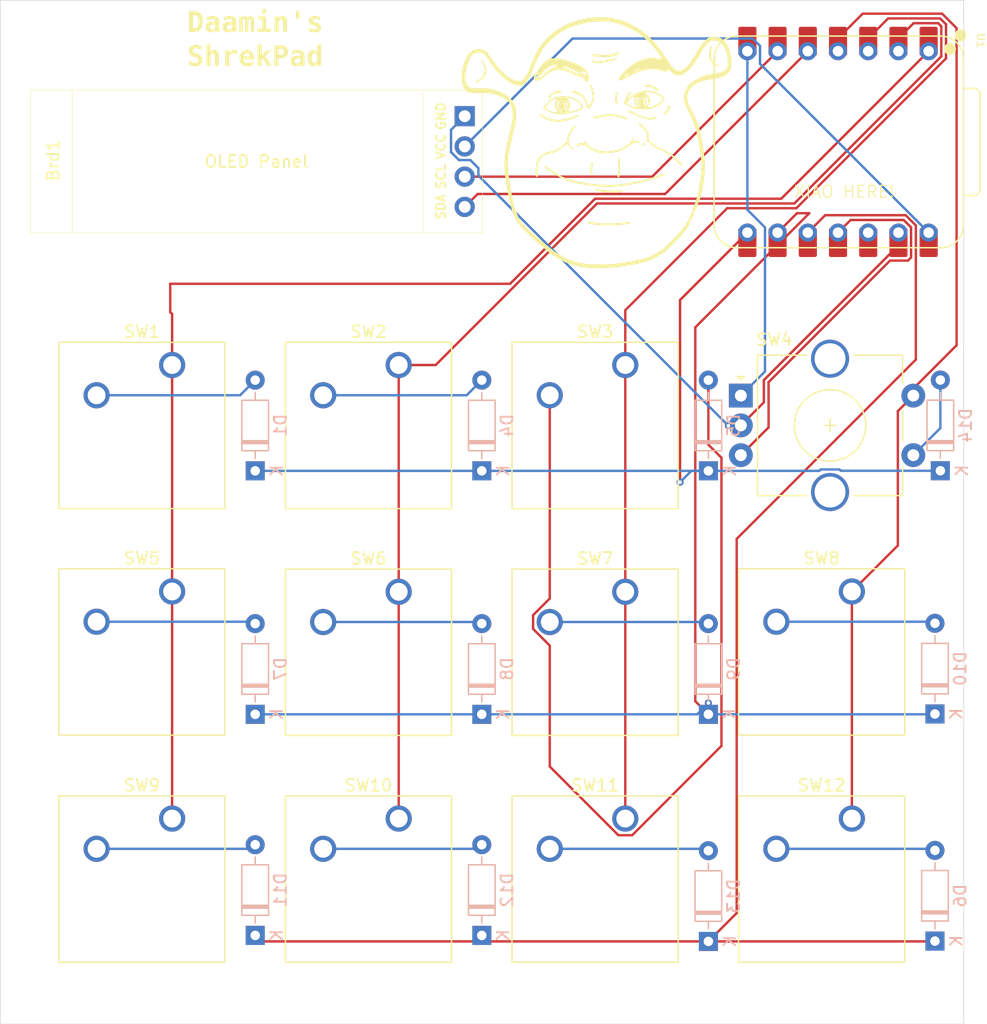
<source format=kicad_pcb>
(kicad_pcb (version 20240108) (generator "pcbnew") (generator_version "8.0")
  (title_block (title "Daamin's ShrekPad"))
  (layers (0 "F.Cu" signal) (31 "B.Cu" signal) (34 "B.Paste" user) (35 "F.Paste" user) (36 "B.SilkS" user "B.Silkscreen") (37 "F.SilkS" user "F.Silkscreen") (38 "B.Mask" user) (39 "F.Mask" user) (44 "Edge.Cuts" user))
  (net 0 "")
  (net 1 "GND")
  (net 2 "Net-(Brd1-SDA)")
  (net 3 "Net-(Brd1-SCL)")
  (net 4 "+5V")
  (net 5 "col4")
  (net 6 "Net-(D1-A)")
  (net 7 "row3")
  (net 8 "Net-(U1-GPIO0{slash}TX)")
  (net 9 "Net-(U1-GPIO3{slash}MOSI)")
  (net 10 "Net-(D4-A)")
  (net 11 "Net-(D5-A)")
  (net 12 "Net-(D6-A)")
  (net 13 "row1")
  (net 14 "Net-(D7-A)")
  (net 15 "Net-(D8-A)")
  (net 16 "Net-(D9-A)")
  (net 17 "Net-(D10-A)")
  (net 18 "Net-(D11-A)")
  (net 19 "row2")
  (net 20 "Net-(D12-A)")
  (net 21 "Net-(D13-A)")
  (net 22 "Net-(D14-A)")
  (net 23 "col1")
  (net 24 "col2")
  (net 25 "col3")
  (net 26 "+3.3V")
  (footprint "Button_Switch_Keyboard:SW_Cherry_MX_1.00u_PCB" (layer "F.Cu") (at 202.565 87.78875)
    (property "Reference" "SW2" (at -2.54 -2.794 0) (layer "F.SilkS"))
    (property "Value" "SW_Push")
    (pad "" np_thru_hole circle (at -7.62 5.08) (size 1.7 1.7) (drill 1.7) (layers "*.Cu" "*.Mask"))
    (pad "" np_thru_hole circle (at -2.54 5.08) (size 4 4) (drill 4) (layers "*.Cu" "*.Mask"))
    (pad "" np_thru_hole circle (at 2.54 5.08) (size 1.7 1.7) (drill 1.7) (layers "*.Cu" "*.Mask"))
    (pad "1" thru_hole circle (at 0 0) (size 2.2 2.2) (drill 1.5) (layers "*.Cu" "*.Mask") (net 24 "col2"))
    (pad "2" thru_hole circle (at -6.35 2.54) (size 2.2 2.2) (drill 1.5) (layers "*.Cu" "*.Mask") (net 10 "Net-(D4-A)"))
  )
  (footprint "Button_Switch_Keyboard:SW_Cherry_MX_1.00u_PCB" (layer "F.Cu") (at 183.515 125.88875)
    (property "Reference" "SW9" (at -2.54 -2.794 0) (layer "F.SilkS"))
    (property "Value" "SW_Push")
    (pad "" np_thru_hole circle (at -7.62 5.08) (size 1.7 1.7) (drill 1.7) (layers "*.Cu" "*.Mask"))
    (pad "" np_thru_hole circle (at -2.54 5.08) (size 4 4) (drill 4) (layers "*.Cu" "*.Mask"))
    (pad "" np_thru_hole circle (at 2.54 5.08) (size 1.7 1.7) (drill 1.7) (layers "*.Cu" "*.Mask"))
    (pad "1" thru_hole circle (at 0 0) (size 2.2 2.2) (drill 1.5) (layers "*.Cu" "*.Mask") (net 23 "col1"))
    (pad "2" thru_hole circle (at -6.35 2.54) (size 2.2 2.2) (drill 1.5) (layers "*.Cu" "*.Mask") (net 18 "Net-(D11-A)"))
  )
  (footprint "Button_Switch_Keyboard:SW_Cherry_MX_1.00u_PCB" (layer "F.Cu") (at 240.665 125.88875)
    (property "Reference" "SW12" (at -2.54 -2.794 0) (layer "F.SilkS"))
    (property "Value" "SW_Push")
    (pad "" np_thru_hole circle (at -7.62 5.08) (size 1.7 1.7) (drill 1.7) (layers "*.Cu" "*.Mask"))
    (pad "" np_thru_hole circle (at -2.54 5.08) (size 4 4) (drill 4) (layers "*.Cu" "*.Mask"))
    (pad "" np_thru_hole circle (at 2.54 5.08) (size 1.7 1.7) (drill 1.7) (layers "*.Cu" "*.Mask"))
    (pad "1" thru_hole circle (at 0 0) (size 2.2 2.2) (drill 1.5) (layers "*.Cu" "*.Mask") (net 5 "col4"))
    (pad "2" thru_hole circle (at -6.35 2.54) (size 2.2 2.2) (drill 1.5) (layers "*.Cu" "*.Mask") (net 12 "Net-(D6-A)"))
  )
  (footprint "Rotary_Encoder:RotaryEncoder_Alps_EC11E-Switch_Vertical_H20mm_CircularMountingHoles" (layer "F.Cu") (at 231.33 90.36)
    (property "Reference" "SW4" (at 2.8 -4.7 0) (layer "F.SilkS"))
    (property "Value" "RotaryEncoder_Switch")
    (pad "A" thru_hole rect (at 0 0) (size 2 2) (drill 1) (layers "*.Cu" "*.Mask") (net 8 "Net-(U1-GPIO0{slash}TX)"))
    (pad "B" thru_hole circle (at 0 5) (size 2 2) (drill 1) (layers "*.Cu" "*.Mask") (net 9 "Net-(U1-GPIO3{slash}MOSI)"))
    (pad "C" thru_hole circle (at 0 2.5) (size 2 2) (drill 1) (layers "*.Cu" "*.Mask") (net 1 "GND"))
    (pad "MP" thru_hole circle (at 7.5 -3.1) (size 3.2 3.2) (drill 2.6) (layers "*.Cu" "*.Mask"))
    (pad "MP" thru_hole circle (at 7.5 8.1) (size 3.2 3.2) (drill 2.6) (layers "*.Cu" "*.Mask"))
    (pad "S1" thru_hole circle (at 14.5 5) (size 2 2) (drill 1) (layers "*.Cu" "*.Mask") (net 22 "Net-(D14-A)"))
    (pad "S2" thru_hole circle (at 14.5 0) (size 2 2) (drill 1) (layers "*.Cu" "*.Mask") (net 5 "col4"))
  )
  (footprint "Button_Switch_Keyboard:SW_Cherry_MX_1.00u_PCB" (layer "F.Cu") (at 221.615 106.83875)
    (property "Reference" "SW7" (at -2.54 -2.794 0) (layer "F.SilkS"))
    (property "Value" "SW_Push")
    (pad "" np_thru_hole circle (at -7.62 5.08) (size 1.7 1.7) (drill 1.7) (layers "*.Cu" "*.Mask"))
    (pad "" np_thru_hole circle (at -2.54 5.08) (size 4 4) (drill 4) (layers "*.Cu" "*.Mask"))
    (pad "" np_thru_hole circle (at 2.54 5.08) (size 1.7 1.7) (drill 1.7) (layers "*.Cu" "*.Mask"))
    (pad "1" thru_hole circle (at 0 0) (size 2.2 2.2) (drill 1.5) (layers "*.Cu" "*.Mask") (net 25 "col3"))
    (pad "2" thru_hole circle (at -6.35 2.54) (size 2.2 2.2) (drill 1.5) (layers "*.Cu" "*.Mask") (net 16 "Net-(D9-A)"))
  )
  (footprint "Button_Switch_Keyboard:SW_Cherry_MX_1.00u_PCB" (layer "F.Cu") (at 202.565 125.88875)
    (property "Reference" "SW10" (at -2.54 -2.794 0) (layer "F.SilkS"))
    (property "Value" "SW_Push")
    (pad "" np_thru_hole circle (at -7.62 5.08) (size 1.7 1.7) (drill 1.7) (layers "*.Cu" "*.Mask"))
    (pad "" np_thru_hole circle (at -2.54 5.08) (size 4 4) (drill 4) (layers "*.Cu" "*.Mask"))
    (pad "" np_thru_hole circle (at 2.54 5.08) (size 1.7 1.7) (drill 1.7) (layers "*.Cu" "*.Mask"))
    (pad "1" thru_hole circle (at 0 0) (size 2.2 2.2) (drill 1.5) (layers "*.Cu" "*.Mask") (net 24 "col2"))
    (pad "2" thru_hole circle (at -6.35 2.54) (size 2.2 2.2) (drill 1.5) (layers "*.Cu" "*.Mask") (net 20 "Net-(D12-A)"))
  )
  (footprint "oled:128x64OLED" (layer "F.Cu") (at 171.615 64.695)
    (property "Reference" "Brd1" (at 1.9 5.91 90) (layer "F.SilkS"))
    (property "Value" "SSD1306")
    (fp_text user "OLED Panel" (at 19 6 0) (layer "F.SilkS"))
    (fp_text user "GND" (at 34.5 2.19 -90) (layer "F.SilkS") (effects (font (size 0.75 0.75))))
    (fp_text user "VCC" (at 34.5 4.73 -90) (layer "F.SilkS") (effects (font (size 0.75 0.75))))
    (fp_text user "SDA" (at 34.5 9.81 -90) (layer "F.SilkS") (effects (font (size 0.75 0.75))))
    (fp_text user "SCL" (at 34.5 7.27 -90) (layer "F.SilkS") (effects (font (size 0.75 0.75))))
    (pad "1" thru_hole rect (at 36.5 2.19) (size 1.7 1.7) (drill 1) (layers "*.Cu" "*.Mask") (net 1 "GND"))
    (pad "2" thru_hole oval (at 36.5 4.73) (size 1.7 1.7) (drill 1) (layers "*.Cu" "*.Mask") (net 4 "+5V"))
    (pad "3" thru_hole oval (at 36.5 7.27) (size 1.7 1.7) (drill 1) (layers "*.Cu" "*.Mask") (net 3 "Net-(Brd1-SCL)"))
    (pad "4" thru_hole oval (at 36.5 9.81) (size 1.7 1.7) (drill 1) (layers "*.Cu" "*.Mask") (net 2 "Net-(Brd1-SDA)"))
  )
  (footprint "Button_Switch_Keyboard:SW_Cherry_MX_1.00u_PCB" (layer "F.Cu") (at 221.615 125.88875)
    (property "Reference" "SW11" (at -2.54 -2.794 0) (layer "F.SilkS"))
    (property "Value" "SW_Push")
    (pad "" np_thru_hole circle (at -7.62 5.08) (size 1.7 1.7) (drill 1.7) (layers "*.Cu" "*.Mask"))
    (pad "" np_thru_hole circle (at -2.54 5.08) (size 4 4) (drill 4) (layers "*.Cu" "*.Mask"))
    (pad "" np_thru_hole circle (at 2.54 5.08) (size 1.7 1.7) (drill 1.7) (layers "*.Cu" "*.Mask"))
    (pad "1" thru_hole circle (at 0 0) (size 2.2 2.2) (drill 1.5) (layers "*.Cu" "*.Mask") (net 25 "col3"))
    (pad "2" thru_hole circle (at -6.35 2.54) (size 2.2 2.2) (drill 1.5) (layers "*.Cu" "*.Mask") (net 21 "Net-(D13-A)"))
  )
  (footprint "Button_Switch_Keyboard:SW_Cherry_MX_1.00u_PCB" (layer "F.Cu") (at 240.665 106.8125)
    (property "Reference" "SW8" (at -2.54 -2.794 0) (layer "F.SilkS"))
    (property "Value" "SW_Push")
    (pad "" np_thru_hole circle (at -7.62 5.08) (size 1.7 1.7) (drill 1.7) (layers "*.Cu" "*.Mask"))
    (pad "" np_thru_hole circle (at -2.54 5.08) (size 4 4) (drill 4) (layers "*.Cu" "*.Mask"))
    (pad "" np_thru_hole circle (at 2.54 5.08) (size 1.7 1.7) (drill 1.7) (layers "*.Cu" "*.Mask"))
    (pad "1" thru_hole circle (at 0 0) (size 2.2 2.2) (drill 1.5) (layers "*.Cu" "*.Mask") (net 5 "col4"))
    (pad "2" thru_hole circle (at -6.35 2.54) (size 2.2 2.2) (drill 1.5) (layers "*.Cu" "*.Mask") (net 17 "Net-(D10-A)"))
  )
  (footprint "Button_Switch_Keyboard:SW_Cherry_MX_1.00u_PCB" (layer "F.Cu") (at 183.515 87.78875)
    (property "Reference" "SW1" (at -2.54 -2.794 0) (layer "F.SilkS"))
    (property "Value" "SW_Push")
    (pad "" np_thru_hole circle (at -7.62 5.08) (size 1.7 1.7) (drill 1.7) (layers "*.Cu" "*.Mask"))
    (pad "" np_thru_hole circle (at -2.54 5.08) (size 4 4) (drill 4) (layers "*.Cu" "*.Mask"))
    (pad "" np_thru_hole circle (at 2.54 5.08) (size 1.7 1.7) (drill 1.7) (layers "*.Cu" "*.Mask"))
    (pad "1" thru_hole circle (at 0 0) (size 2.2 2.2) (drill 1.5) (layers "*.Cu" "*.Mask") (net 23 "col1"))
    (pad "2" thru_hole circle (at -6.35 2.54) (size 2.2 2.2) (drill 1.5) (layers "*.Cu" "*.Mask") (net 6 "Net-(D1-A)"))
  )
  (footprint "Button_Switch_Keyboard:SW_Cherry_MX_1.00u_PCB" (layer "F.Cu") (at 202.565 106.83875)
    (property "Reference" "SW6" (at -2.54 -2.794 0) (layer "F.SilkS"))
    (property "Value" "SW_Push")
    (pad "" np_thru_hole circle (at -7.62 5.08) (size 1.7 1.7) (drill 1.7) (layers "*.Cu" "*.Mask"))
    (pad "" np_thru_hole circle (at -2.54 5.08) (size 4 4) (drill 4) (layers "*.Cu" "*.Mask"))
    (pad "" np_thru_hole circle (at 2.54 5.08) (size 1.7 1.7) (drill 1.7) (layers "*.Cu" "*.Mask"))
    (pad "1" thru_hole circle (at 0 0) (size 2.2 2.2) (drill 1.5) (layers "*.Cu" "*.Mask") (net 24 "col2"))
    (pad "2" thru_hole circle (at -6.35 2.54) (size 2.2 2.2) (drill 1.5) (layers "*.Cu" "*.Mask") (net 15 "Net-(D8-A)"))
  )
  (footprint "LOGO" (layer "F.Cu") (at 220.1 69.36)
    (property "Reference" "G***" (hide yes))
    (property "Value" "LOGO" (hide yes))
  )
  (footprint "Button_Switch_Keyboard:SW_Cherry_MX_1.00u_PCB" (layer "F.Cu") (at 183.515 106.8125)
    (property "Reference" "SW5" (at -2.54 -2.794 0) (layer "F.SilkS"))
    (property "Value" "SW_Push")
    (pad "" np_thru_hole circle (at -7.62 5.08) (size 1.7 1.7) (drill 1.7) (layers "*.Cu" "*.Mask"))
    (pad "" np_thru_hole circle (at -2.54 5.08) (size 4 4) (drill 4) (layers "*.Cu" "*.Mask"))
    (pad "" np_thru_hole circle (at 2.54 5.08) (size 1.7 1.7) (drill 1.7) (layers "*.Cu" "*.Mask"))
    (pad "1" thru_hole circle (at 0 0) (size 2.2 2.2) (drill 1.5) (layers "*.Cu" "*.Mask") (net 23 "col1"))
    (pad "2" thru_hole circle (at -6.35 2.54) (size 2.2 2.2) (drill 1.5) (layers "*.Cu" "*.Mask") (net 14 "Net-(D7-A)"))
  )
  (footprint "Button_Switch_Keyboard:SW_Cherry_MX_1.00u_PCB" (layer "F.Cu") (at 221.615 87.78875)
    (property "Reference" "SW3" (at -2.54 -2.794 0) (layer "F.SilkS"))
    (property "Value" "SW_Push")
    (pad "" np_thru_hole circle (at -7.62 5.08) (size 1.7 1.7) (drill 1.7) (layers "*.Cu" "*.Mask"))
    (pad "" np_thru_hole circle (at -2.54 5.08) (size 4 4) (drill 4) (layers "*.Cu" "*.Mask"))
    (pad "" np_thru_hole circle (at 2.54 5.08) (size 1.7 1.7) (drill 1.7) (layers "*.Cu" "*.Mask"))
    (pad "1" thru_hole circle (at 0 0) (size 2.2 2.2) (drill 1.5) (layers "*.Cu" "*.Mask") (net 25 "col3"))
    (pad "2" thru_hole circle (at -6.35 2.54) (size 2.2 2.2) (drill 1.5) (layers "*.Cu" "*.Mask") (net 11 "Net-(D5-A)"))
  )
  (footprint "opl:XIAO-RP2040-DIP" (layer "F.Cu") (at 239.5 69.045 -90)
    (property "Reference" "U1" (at -8.5 -12 -90) (layer "F.SilkS") (effects (font (size 0.635 0.635) (thickness 0.1016))))
    (property "Value" "XIAO-RP2040-DIP")
    (pad "1" smd roundrect (at -8.455 -7.62 90) (size 2.432 1.524) (layers "F.Cu" "F.Mask") (roundrect_rratio 0.1) (net 23 "col1"))
    (pad "1" thru_hole circle (at -7.62 -7.62 90) (size 1.524 1.524) (drill 0.889) (layers "*.Cu" "*.Mask") (net 23 "col1"))
    (pad "2" smd roundrect (at -8.455 -5.08 90) (size 2.432 1.524) (layers "F.Cu" "F.Mask") (roundrect_rratio 0.1) (net 24 "col2"))
    (pad "2" thru_hole circle (at -7.62 -5.08 90) (size 1.524 1.524) (drill 0.889) (layers "*.Cu" "*.Mask") (net 24 "col2"))
    (pad "3" smd roundrect (at -8.455 -2.54 90) (size 2.432 1.524) (layers "F.Cu" "F.Mask") (roundrect_rratio 0.1) (net 25 "col3"))
    (pad "3" thru_hole circle (at -7.62 -2.54 90) (size 1.524 1.524) (drill 0.889) (layers "*.Cu" "*.Mask") (net 25 "col3"))
    (pad "4" smd roundrect (at -8.455 0 90) (size 2.432 1.524) (layers "F.Cu" "F.Mask") (roundrect_rratio 0.1) (net 5 "col4"))
    (pad "4" thru_hole circle (at -7.62 0 90) (size 1.524 1.524) (drill 0.889) (layers "*.Cu" "*.Mask") (net 5 "col4"))
    (pad "5" smd roundrect (at -8.455 2.54 90) (size 2.432 1.524) (layers "F.Cu" "F.Mask") (roundrect_rratio 0.1) (net 2 "Net-(Brd1-SDA)"))
    (pad "5" thru_hole circle (at -7.62 2.54 90) (size 1.524 1.524) (drill 0.889) (layers "*.Cu" "*.Mask") (net 2 "Net-(Brd1-SDA)"))
    (pad "6" smd roundrect (at -8.455 5.08 90) (size 2.432 1.524) (layers "F.Cu" "F.Mask") (roundrect_rratio 0.1) (net 3 "Net-(Brd1-SCL)"))
    (pad "6" thru_hole circle (at -7.62 5.08 90) (size 1.524 1.524) (drill 0.889) (layers "*.Cu" "*.Mask") (net 3 "Net-(Brd1-SCL)"))
    (pad "7" smd roundrect (at -8.455 7.62 90) (size 2.432 1.524) (layers "F.Cu" "F.Mask") (roundrect_rratio 0.1) (net 8 "Net-(U1-GPIO0{slash}TX)"))
    (pad "7" thru_hole circle (at -7.62 7.62 90) (size 1.524 1.524) (drill 0.889) (layers "*.Cu" "*.Mask") (net 8 "Net-(U1-GPIO0{slash}TX)"))
    (pad "8" thru_hole circle (at 7.62 7.62 270) (size 1.524 1.524) (drill 0.889) (layers "*.Cu" "*.Mask") (net 13 "row1"))
    (pad "8" smd roundrect (at 8.455 7.62 270) (size 2.432 1.524) (layers "F.Cu" "F.Mask") (roundrect_rratio 0.1) (net 13 "row1"))
    (pad "9" thru_hole circle (at 7.62 5.08 270) (size 1.524 1.524) (drill 0.889) (layers "*.Cu" "*.Mask") (net 19 "row2"))
    (pad "9" smd roundrect (at 8.455 5.08 270) (size 2.432 1.524) (layers "F.Cu" "F.Mask") (roundrect_rratio 0.1) (net 19 "row2"))
    (pad "10" thru_hole circle (at 7.62 2.54 270) (size 1.524 1.524) (drill 0.889) (layers "*.Cu" "*.Mask") (net 7 "row3"))
    (pad "10" smd roundrect (at 8.455 2.54 270) (size 2.432 1.524) (layers "F.Cu" "F.Mask") (roundrect_rratio 0.1) (net 7 "row3"))
    (pad "11" thru_hole circle (at 7.62 0 270) (size 1.524 1.524) (drill 0.889) (layers "*.Cu" "*.Mask") (net 9 "Net-(U1-GPIO3{slash}MOSI)"))
    (pad "11" smd roundrect (at 8.455 0 270) (size 2.432 1.524) (layers "F.Cu" "F.Mask") (roundrect_rratio 0.1) (net 9 "Net-(U1-GPIO3{slash}MOSI)"))
    (pad "12" thru_hole circle (at 7.62 -2.54 270) (size 1.524 1.524) (drill 0.889) (layers "*.Cu" "*.Mask") (net 26 "+3.3V"))
    (pad "12" smd roundrect (at 8.455 -2.54 270) (size 2.432 1.524) (layers "F.Cu" "F.Mask") (roundrect_rratio 0.1) (net 26 "+3.3V"))
    (pad "13" thru_hole circle (at 7.62 -5.08 270) (size 1.524 1.524) (drill 0.889) (layers "*.Cu" "*.Mask") (net 1 "GND"))
    (pad "13" smd roundrect (at 8.455 -5.08 270) (size 2.432 1.524) (layers "F.Cu" "F.Mask") (roundrect_rratio 0.1) (net 1 "GND"))
    (pad "14" thru_hole circle (at 7.62 -7.62 270) (size 1.524 1.524) (drill 0.889) (layers "*.Cu" "*.Mask") (net 4 "+5V"))
    (pad "14" smd roundrect (at 8.455 -7.62 270) (size 2.432 1.524) (layers "F.Cu" "F.Mask") (roundrect_rratio 0.1) (net 4 "+5V"))
  )
  (footprint "Diode_THT:D_DO-35_SOD27_P7.62mm_Horizontal" (layer "B.Cu") (at 247.65 117.105 90)
    (property "Reference" "D10" (at 3.81 2.12 90) (layer "B.SilkS") (effects (justify mirror)))
    (property "Value" "1N4148")
    (fp_text user "K" (at 0 1.8 90) (layer "B.SilkS") (effects (justify mirror)))
    (pad "1" thru_hole rect (at 0 0 90) (size 1.6 1.6) (drill 0.8) (layers "*.Cu" "*.Mask") (net 19 "row2"))
    (pad "2" thru_hole oval (at 7.62 0 90) (size 1.6 1.6) (drill 0.8) (layers "*.Cu" "*.Mask") (net 17 "Net-(D10-A)"))
  )
  (footprint "Diode_THT:D_DO-35_SOD27_P7.62mm_Horizontal" (layer "B.Cu") (at 228.6 136.2075 90)
    (property "Reference" "D13" (at 3.81 2.12 90) (layer "B.SilkS") (effects (justify mirror)))
    (property "Value" "1N4148")
    (fp_text user "K" (at 0 1.8 90) (layer "B.SilkS") (effects (justify mirror)))
    (pad "1" thru_hole rect (at 0 0 90) (size 1.6 1.6) (drill 0.8) (layers "*.Cu" "*.Mask") (net 7 "row3"))
    (pad "2" thru_hole oval (at 7.62 0 90) (size 1.6 1.6) (drill 0.8) (layers "*.Cu" "*.Mask") (net 21 "Net-(D13-A)"))
  )
  (footprint "Diode_THT:D_DO-35_SOD27_P7.62mm_Horizontal" (layer "B.Cu") (at 228.6 117.13125 90)
    (property "Reference" "D9" (at 3.81 2.12 90) (layer "B.SilkS") (effects (justify mirror)))
    (property "Value" "1N4148")
    (fp_text user "K" (at 0 1.8 90) (layer "B.SilkS") (effects (justify mirror)))
    (pad "1" thru_hole rect (at 0 0 90) (size 1.6 1.6) (drill 0.8) (layers "*.Cu" "*.Mask") (net 19 "row2"))
    (pad "2" thru_hole oval (at 7.62 0 90) (size 1.6 1.6) (drill 0.8) (layers "*.Cu" "*.Mask") (net 16 "Net-(D9-A)"))
  )
  (footprint "Diode_THT:D_DO-35_SOD27_P7.62mm_Horizontal" (layer "B.Cu") (at 209.55 135.705 90)
    (property "Reference" "D12" (at 3.81 2.12 90) (layer "B.SilkS") (effects (justify mirror)))
    (property "Value" "1N4148")
    (fp_text user "K" (at 0 1.8 90) (layer "B.SilkS") (effects (justify mirror)))
    (pad "1" thru_hole rect (at 0 0 90) (size 1.6 1.6) (drill 0.8) (layers "*.Cu" "*.Mask") (net 7 "row3"))
    (pad "2" thru_hole oval (at 7.62 0 90) (size 1.6 1.6) (drill 0.8) (layers "*.Cu" "*.Mask") (net 20 "Net-(D12-A)"))
  )
  (footprint "Diode_THT:D_DO-35_SOD27_P7.62mm_Horizontal" (layer "B.Cu") (at 209.55 117.13125 90)
    (property "Reference" "D8" (at 3.81 2.12 90) (layer "B.SilkS") (effects (justify mirror)))
    (property "Value" "1N4148")
    (fp_text user "K" (at 0 1.8 90) (layer "B.SilkS") (effects (justify mirror)))
    (pad "1" thru_hole rect (at 0 0 90) (size 1.6 1.6) (drill 0.8) (layers "*.Cu" "*.Mask") (net 19 "row2"))
    (pad "2" thru_hole oval (at 7.62 0 90) (size 1.6 1.6) (drill 0.8) (layers "*.Cu" "*.Mask") (net 15 "Net-(D8-A)"))
  )
  (footprint "Diode_THT:D_DO-35_SOD27_P7.62mm_Horizontal" (layer "B.Cu") (at 209.55 96.67875 90)
    (property "Reference" "D4" (at 3.81 2.12 90) (layer "B.SilkS") (effects (justify mirror)))
    (property "Value" "1N4148")
    (fp_text user "K" (at 0 1.8 90) (layer "B.SilkS") (effects (justify mirror)))
    (pad "1" thru_hole rect (at 0 0 90) (size 1.6 1.6) (drill 0.8) (layers "*.Cu" "*.Mask") (net 13 "row1"))
    (pad "2" thru_hole oval (at 7.62 0 90) (size 1.6 1.6) (drill 0.8) (layers "*.Cu" "*.Mask") (net 10 "Net-(D4-A)"))
  )
  (footprint "Diode_THT:D_DO-35_SOD27_P7.62mm_Horizontal" (layer "B.Cu") (at 248.105 96.67 90)
    (property "Reference" "D14" (at 3.81 2.12 90) (layer "B.SilkS") (effects (justify mirror)))
    (property "Value" "1N4148")
    (fp_text user "K" (at 0 1.8 90) (layer "B.SilkS") (effects (justify mirror)))
    (pad "1" thru_hole rect (at 0 0 90) (size 1.6 1.6) (drill 0.8) (layers "*.Cu" "*.Mask") (net 13 "row1"))
    (pad "2" thru_hole oval (at 7.62 0 90) (size 1.6 1.6) (drill 0.8) (layers "*.Cu" "*.Mask") (net 22 "Net-(D14-A)"))
  )
  (footprint "Diode_THT:D_DO-35_SOD27_P7.62mm_Horizontal" (layer "B.Cu") (at 228.6 96.67875 90)
    (property "Reference" "D5" (at 3.81 2.12 90) (layer "B.SilkS") (effects (justify mirror)))
    (property "Value" "1N4148")
    (fp_text user "K" (at 0 1.8 90) (layer "B.SilkS") (effects (justify mirror)))
    (pad "1" thru_hole rect (at 0 0 90) (size 1.6 1.6) (drill 0.8) (layers "*.Cu" "*.Mask") (net 13 "row1"))
    (pad "2" thru_hole oval (at 7.62 0 90) (size 1.6 1.6) (drill 0.8) (layers "*.Cu" "*.Mask") (net 11 "Net-(D5-A)"))
  )
  (footprint "Diode_THT:D_DO-35_SOD27_P7.62mm_Horizontal" (layer "B.Cu") (at 247.65 136.18125 90)
    (property "Reference" "D6" (at 3.81 2.12 90) (layer "B.SilkS") (effects (justify mirror)))
    (property "Value" "1N4148")
    (fp_text user "K" (at 0 1.8 90) (layer "B.SilkS") (effects (justify mirror)))
    (pad "1" thru_hole rect (at 0 0 90) (size 1.6 1.6) (drill 0.8) (layers "*.Cu" "*.Mask") (net 7 "row3"))
    (pad "2" thru_hole oval (at 7.62 0 90) (size 1.6 1.6) (drill 0.8) (layers "*.Cu" "*.Mask") (net 12 "Net-(D6-A)"))
  )
  (footprint "Diode_THT:D_DO-35_SOD27_P7.62mm_Horizontal" (layer "B.Cu") (at 190.5 135.705 90)
    (property "Reference" "D11" (at 3.81 2.12 90) (layer "B.SilkS") (effects (justify mirror)))
    (property "Value" "1N4148")
    (fp_text user "K" (at 0 1.8 90) (layer "B.SilkS") (effects (justify mirror)))
    (pad "1" thru_hole rect (at 0 0 90) (size 1.6 1.6) (drill 0.8) (layers "*.Cu" "*.Mask") (net 7 "row3"))
    (pad "2" thru_hole oval (at 7.62 0 90) (size 1.6 1.6) (drill 0.8) (layers "*.Cu" "*.Mask") (net 18 "Net-(D11-A)"))
  )
  (footprint "Diode_THT:D_DO-35_SOD27_P7.62mm_Horizontal" (layer "B.Cu") (at 190.5 96.67875 90)
    (property "Reference" "D1" (at 3.81 2.12 90) (layer "B.SilkS") (effects (justify mirror)))
    (property "Value" "1N4148")
    (fp_text user "K" (at 0 1.8 90) (layer "B.SilkS") (effects (justify mirror)))
    (pad "1" thru_hole rect (at 0 0 90) (size 1.6 1.6) (drill 0.8) (layers "*.Cu" "*.Mask") (net 13 "row1"))
    (pad "2" thru_hole oval (at 7.62 0 90) (size 1.6 1.6) (drill 0.8) (layers "*.Cu" "*.Mask") (net 6 "Net-(D1-A)"))
  )
  (footprint "Diode_THT:D_DO-35_SOD27_P7.62mm_Horizontal" (layer "B.Cu") (at 190.5 117.13125 90)
    (property "Reference" "D7" (at 3.81 2.12 90) (layer "B.SilkS") (effects (justify mirror)))
    (property "Value" "1N4148")
    (fp_text user "K" (at 0 1.8 90) (layer "B.SilkS") (effects (justify mirror)))
    (pad "1" thru_hole rect (at 0 0 90) (size 1.6 1.6) (drill 0.8) (layers "*.Cu" "*.Mask") (net 19 "row2"))
    (pad "2" thru_hole oval (at 7.62 0 90) (size 1.6 1.6) (drill 0.8) (layers "*.Cu" "*.Mask") (net 14 "Net-(D7-A)"))
  )
  (gr_rect (start 169.06875 57.15) (end 250.06875 143.15) (stroke (width 0.05)) (fill none) (layer "Edge.Cuts"))
  (gr_text "Daamin's\nShrekPad\n" (at 190.5 62.95 0) (layer "F.SilkS") (effects (font (size 1.7 1.7) (thickness 0.3) (bold yes)) (justify bottom)))
  (gr_text "XIAO HERE!\n" (at 235.74375 73.81875 0) (layer "F.SilkS") (effects (font (size 1 1) (thickness 0.1)) (justify left bottom)))
  (segment (start 244.58 77.74263) (end 233.26263 89.06) (width 0.2) (layer "F.Cu") (net 1))
  (segment (start 233.26263 90.92737) (end 231.33 92.86) (width 0.2) (layer "F.Cu") (net 1))
  (segment (start 244.58 76.665) (end 244.58 77.74263) (width 0.2) (layer "F.Cu") (net 1))
  (segment (start 231.33 92.86) (end 230.306666 92.86) (width 0.2) (layer "F.Cu") (net 1))
  (segment (start 233.26263 89.06) (end 233.26263 90.92737) (width 0.2) (layer "F.Cu") (net 1))
  (segment (start 230.306666 92.86) (end 230.28033 92.886336) (width 0.2) (layer "F.Cu") (net 1))
  (via (at 230.28033 92.886336) (size 0.6) (drill 0.3) (layers "F.Cu" "B.Cu") (net 1))
  (segment (start 209.265 71.248654) (end 208.591346 70.575) (width 0.2) (layer "B.Cu") (net 1))
  (segment (start 209.265 71.871006) (end 209.265 71.248654) (width 0.2) (layer "B.Cu") (net 1))
  (segment (start 207.638654 70.575) (end 206.965 69.901346) (width 0.2) (layer "B.Cu") (net 1))
  (segment (start 206.965 69.901346) (end 206.965 68.035) (width 0.2) (layer "B.Cu") (net 1))
  (segment (start 230.28033 92.886336) (end 209.265 71.871006) (width 0.2) (layer "B.Cu") (net 1))
  (segment (start 206.965 68.035) (end 208.115 66.885) (width 0.2) (layer "B.Cu") (net 1))
  (segment (start 208.591346 70.575) (end 207.638654 70.575) (width 0.2) (layer "B.Cu") (net 1))
  (segment (start 224.96625 73.41875) (end 209.20125 73.41875) (width 0.2) (layer "F.Cu") (net 2))
  (segment (start 209.20125 73.41875) (end 208.115 74.505) (width 0.2) (layer "F.Cu") (net 2))
  (segment (start 236.96 61.425) (end 224.96625 73.41875) (width 0.2) (layer "F.Cu") (net 2))
  (segment (start 223.88 71.965) (end 208.115 71.965) (width 0.2) (layer "F.Cu") (net 3))
  (segment (start 234.42 61.425) (end 223.88 71.965) (width 0.2) (layer "F.Cu") (net 3))
  (segment (start 232.942 62.487) (end 232.942 60.985105) (width 0.2) (layer "B.Cu") (net 4))
  (segment (start 247.12 76.665) (end 232.942 62.487) (width 0.2) (layer "B.Cu") (net 4))
  (segment (start 232.942 60.985105) (end 232.319895 60.363) (width 0.2) (layer "B.Cu") (net 4))
  (segment (start 217.177 60.363) (end 208.115 69.425) (width 0.2) (layer "B.Cu") (net 4))
  (segment (start 232.319895 60.363) (end 217.177 60.363) (width 0.2) (layer "B.Cu") (net 4))
  (segment (start 240.665 106.8125) (end 240.665 125.88875) (width 0.2) (layer "F.Cu") (net 5))
  (segment (start 244.53 102.9475) (end 240.665 106.8125) (width 0.2) (layer "F.Cu") (net 5))
  (segment (start 248.252586 58.274) (end 249.46875 59.490164) (width 0.2) (layer "F.Cu") (net 5))
  (segment (start 249.46875 59.490164) (end 249.46875 86.130615) (width 0.2) (layer "F.Cu") (net 5))
  (segment (start 245.83 89.769365) (end 245.83 90.36) (width 0.2) (layer "F.Cu") (net 5))
  (segment (start 239.5 61.425) (end 239.5 60.34737) (width 0.2) (layer "F.Cu") (net 5))
  (segment (start 239.5 60.34737) (end 241.57337 58.274) (width 0.2) (layer "F.Cu") (net 5))
  (segment (start 249.46875 86.130615) (end 245.83 89.769365) (width 0.2) (layer "F.Cu") (net 5))
  (segment (start 244.53 91.66) (end 244.53 102.9475) (width 0.2) (layer "F.Cu") (net 5))
  (segment (start 245.83 90.36) (end 244.53 91.66) (width 0.2) (layer "F.Cu") (net 5))
  (segment (start 241.57337 58.274) (end 248.252586 58.274) (width 0.2) (layer "F.Cu") (net 5))
  (segment (start 177.165 90.32875) (end 189.23 90.32875) (width 0.2) (layer "B.Cu") (net 6))
  (segment (start 189.23 90.32875) (end 190.5 89.05875) (width 0.2) (layer "B.Cu") (net 6))
  (segment (start 230.98125 133.82625) (end 228.6 136.2075) (width 0.2) (layer "F.Cu") (net 7))
  (segment (start 246.042 87.333) (end 230.98125 102.39375) (width 0.2) (layer "F.Cu") (net 7))
  (segment (start 246.042 76.059419) (end 246.042 87.333) (width 0.2) (layer "F.Cu") (net 7))
  (segment (start 228.6 136.2075) (end 247.62375 136.2075) (width 0.2) (layer "F.Cu") (net 7))
  (segment (start 247.62375 136.2075) (end 247.65 136.18125) (width 0.2) (layer "F.Cu") (net 7))
  (segment (start 228.6 136.2075) (end 191.0025 136.2075) (width 0.2) (layer "F.Cu") (net 7))
  (segment (start 245.185581 75.203) (end 246.042 76.059419) (width 0.2) (layer "F.Cu") (net 7))
  (segment (start 191.0025 136.2075) (end 190.5 135.705) (width 0.2) (layer "F.Cu") (net 7))
  (segment (start 238.422 75.203) (end 245.185581 75.203) (width 0.2) (layer "F.Cu") (net 7))
  (segment (start 230.98125 102.39375) (end 230.98125 133.82625) (width 0.2) (layer "F.Cu") (net 7))
  (segment (start 236.96 76.665) (end 238.422 75.203) (width 0.2) (layer "F.Cu") (net 7))
  (segment (start 233.358 88.332) (end 231.33 90.36) (width 0.2) (layer "B.Cu") (net 8))
  (segment (start 231.88 61.425) (end 231.88 74.747105) (width 0.2) (layer "B.Cu") (net 8))
  (segment (start 233.358 76.225105) (end 233.358 88.332) (width 0.2) (layer "B.Cu") (net 8))
  (segment (start 231.88 74.747105) (end 233.358 76.225105) (width 0.2) (layer "B.Cu") (net 8))
  (segment (start 233.66263 89.225686) (end 233.66263 93.02737) (width 0.2) (layer "F.Cu") (net 9))
  (segment (start 240.562 75.603) (end 245.019895 75.603) (width 0.2) (layer "F.Cu") (net 9))
  (segment (start 239.5 76.665) (end 240.562 75.603) (width 0.2) (layer "F.Cu") (net 9))
  (segment (start 245.381214 79.016) (end 243.872316 79.016) (width 0.2) (layer "F.Cu") (net 9))
  (segment (start 243.872316 79.016) (end 233.66263 89.225686) (width 0.2) (layer "F.Cu") (net 9))
  (segment (start 233.66263 93.02737) (end 231.33 95.36) (width 0.2) (layer "F.Cu") (net 9))
  (segment (start 245.642 76.225105) (end 245.642 78.755214) (width 0.2) (layer "F.Cu") (net 9))
  (segment (start 245.019895 75.603) (end 245.642 76.225105) (width 0.2) (layer "F.Cu") (net 9))
  (segment (start 245.642 78.755214) (end 245.381214 79.016) (width 0.2) (layer "F.Cu") (net 9))
  (segment (start 208.28 90.32875) (end 209.55 89.05875) (width 0.2) (layer "B.Cu") (net 10))
  (segment (start 196.215 90.32875) (end 208.28 90.32875) (width 0.2) (layer "B.Cu") (net 10))
  (segment (start 229.7 119.783649) (end 222.194899 127.28875) (width 0.2) (layer "F.Cu") (net 11))
  (segment (start 215.265 121.518649) (end 215.265 111.358649) (width 0.2) (layer "F.Cu") (net 11))
  (segment (start 228.6 94.47875) (end 229.7 95.57875) (width 0.2) (layer "F.Cu") (net 11))
  (segment (start 213.865 109.958649) (end 213.865 108.798851) (width 0.2) (layer "F.Cu") (net 11))
  (segment (start 213.865 108.798851) (end 215.265 107.398851) (width 0.2) (layer "F.Cu") (net 11))
  (segment (start 215.265 107.398851) (end 215.265 90.32875) (width 0.2) (layer "F.Cu") (net 11))
  (segment (start 229.7 95.57875) (end 229.7 119.783649) (width 0.2) (layer "F.Cu") (net 11))
  (segment (start 228.6 89.05875) (end 228.6 94.47875) (width 0.2) (layer "F.Cu") (net 11))
  (segment (start 221.035101 127.28875) (end 215.265 121.518649) (width 0.2) (layer "F.Cu") (net 11))
  (segment (start 222.194899 127.28875) (end 221.035101 127.28875) (width 0.2) (layer "F.Cu") (net 11))
  (segment (start 215.265 111.358649) (end 213.865 109.958649) (width 0.2) (layer "F.Cu") (net 11))
  (segment (start 234.315 128.42875) (end 247.5175 128.42875) (width 0.2) (layer "B.Cu") (net 12))
  (segment (start 247.5175 128.42875) (end 247.65 128.56125) (width 0.2) (layer "B.Cu") (net 12))
  (segment (start 231.88 76.665) (end 226.21875 82.32625) (width 0.2) (layer "F.Cu") (net 13))
  (segment (start 226.21875 82.32625) (end 226.21875 97.63125) (width 0.2) (layer "F.Cu") (net 13))
  (via (at 226.21875 97.63125) (size 0.6) (drill 0.3) (layers "F.Cu" "B.Cu") (net 13))
  (segment (start 239.727006 96.67) (end 248.105 96.67) (width 0.2) (layer "B.Cu") (net 13))
  (segment (start 226.21875 97.63125) (end 227.17125 96.67875) (width 0.2) (layer "B.Cu") (net 13))
  (segment (start 227.17125 96.67875) (end 228.6 96.67875) (width 0.2) (layer "B.Cu") (net 13))
  (segment (start 239.617006 96.56) (end 239.727006 96.67) (width 0.2) (layer "B.Cu") (net 13))
  (segment (start 237.924244 96.67875) (end 238.042994 96.56) (width 0.2) (layer "B.Cu") (net 13))
  (segment (start 238.042994 96.56) (end 239.617006 96.56) (width 0.2) (layer "B.Cu") (net 13))
  (segment (start 228.6 96.67875) (end 237.924244 96.67875) (width 0.2) (layer "B.Cu") (net 13))
  (segment (start 228.6 96.67875) (end 190.5 96.67875) (width 0.2) (layer "B.Cu") (net 13))
  (segment (start 190.34125 109.3525) (end 190.5 109.51125) (width 0.2) (layer "B.Cu") (net 14))
  (segment (start 177.165 109.3525) (end 190.34125 109.3525) (width 0.2) (layer "B.Cu") (net 14))
  (segment (start 196.215 109.37875) (end 209.4175 109.37875) (width 0.2) (layer "B.Cu") (net 15))
  (segment (start 209.4175 109.37875) (end 209.55 109.51125) (width 0.2) (layer "B.Cu") (net 15))
  (segment (start 228.4675 109.37875) (end 228.6 109.51125) (width 0.2) (layer "B.Cu") (net 16))
  (segment (start 215.265 109.37875) (end 228.4675 109.37875) (width 0.2) (layer "B.Cu") (net 16))
  (segment (start 247.5175 109.3525) (end 247.65 109.485) (width 0.2) (layer "B.Cu") (net 17))
  (segment (start 234.315 109.3525) (end 247.5175 109.3525) (width 0.2) (layer "B.Cu") (net 17))
  (segment (start 177.165 128.42875) (end 190.15625 128.42875) (width 0.2) (layer "B.Cu") (net 18))
  (segment (start 190.15625 128.42875) (end 190.5 128.085) (width 0.2) (layer "B.Cu") (net 18))
  (segment (start 236.047685 75.037315) (end 237.08579 75.037315) (width 0.2) (layer "F.Cu") (net 19))
  (segment (start 234.42 76.665) (end 236.047685 75.037315) (width 0.2) (layer "F.Cu") (net 19))
  (segment (start 228.6 117.13125) (end 228.6 116.18125) (width 0.2) (layer "F.Cu") (net 19))
  (segment (start 227.5 116.03125) (end 228.6 117.13125) (width 0.2) (layer "F.Cu") (net 19))
  (segment (start 227.5 84.623105) (end 227.5 116.03125) (width 0.2) (layer "F.Cu") (net 19))
  (segment (start 237.08579 75.037315) (end 227.5 84.623105) (width 0.2) (layer "F.Cu") (net 19))
  (via (at 228.6 116.18125) (size 0.6) (drill 0.3) (layers "F.Cu" "B.Cu") (net 19))
  (segment (start 247.62375 117.13125) (end 247.65 117.105) (width 0.2) (layer "B.Cu") (net 19))
  (segment (start 228.6 117.13125) (end 247.62375 117.13125) (width 0.2) (layer "B.Cu") (net 19))
  (segment (start 227.65 117.13125) (end 190.5 117.13125) (width 0.2) (layer "B.Cu") (net 19))
  (segment (start 228.6 116.18125) (end 227.65 117.13125) (width 0.2) (layer "B.Cu") (net 19))
  (segment (start 196.215 128.42875) (end 209.20625 128.42875) (width 0.2) (layer "B.Cu") (net 20))
  (segment (start 209.20625 128.42875) (end 209.55 128.085) (width 0.2) (layer "B.Cu") (net 20))
  (segment (start 228.44125 128.42875) (end 228.6 128.5875) (width 0.2) (layer "B.Cu") (net 21))
  (segment (start 215.265 128.42875) (end 228.44125 128.42875) (width 0.2) (layer "B.Cu") (net 21))
  (segment (start 248.105 93.085) (end 248.105 89.05) (width 0.2) (layer "B.Cu") (net 22))
  (segment (start 245.83 95.36) (end 248.105 93.085) (width 0.2) (layer "B.Cu") (net 22))
  (segment (start 234.72625 73.81875) (end 219.075 73.81875) (width 0.2) (layer "F.Cu") (net 23))
  (segment (start 183.35625 83.34375) (end 183.515 83.5025) (width 0.2) (layer "F.Cu") (net 23))
  (segment (start 247.12 61.425) (end 234.72625 73.81875) (width 0.2) (layer "F.Cu") (net 23))
  (segment (start 211.93125 80.9625) (end 183.35625 80.9625) (width 0.2) (layer "F.Cu") (net 23))
  (segment (start 183.35625 80.9625) (end 183.35625 83.34375) (width 0.2) (layer "F.Cu") (net 23))
  (segment (start 219.075 73.81875) (end 211.93125 80.9625) (width 0.2) (layer "F.Cu") (net 23))
  (segment (start 183.515 83.5025) (end 183.515 125.88875) (width 0.2) (layer "F.Cu") (net 23))
  (segment (start 248.182 59.334786) (end 248.182 61.864895) (width 0.2) (layer "F.Cu") (net 24))
  (segment (start 248.182 61.864895) (end 235.828145 74.21875) (width 0.2) (layer "F.Cu") (net 24))
  (segment (start 235.828145 74.21875) (end 219.240686 74.21875) (width 0.2) (layer "F.Cu") (net 24))
  (segment (start 247.921214 59.074) (end 248.182 59.334786) (width 0.2) (layer "F.Cu") (net 24))
  (segment (start 244.58 60.34737) (end 245.85337 59.074) (width 0.2) (layer "F.Cu") (net 24))
  (segment (start 219.240686 74.21875) (end 205.670686 87.78875) (width 0.2) (layer "F.Cu") (net 24))
  (segment (start 205.670686 87.78875) (end 202.565 87.78875) (width 0.2) (layer "F.Cu") (net 24))
  (segment (start 244.58 61.425) (end 244.58 60.34737) (width 0.2) (layer "F.Cu") (net 24))
  (segment (start 245.85337 59.074) (end 247.921214 59.074) (width 0.2) (layer "F.Cu") (net 24))
  (segment (start 202.565 87.78875) (end 202.565 125.88875) (width 0.2) (layer "F.Cu") (net 24))
  (segment (start 242.04 61.425) (end 242.04 60.34737) (width 0.2) (layer "F.Cu") (net 25))
  (segment (start 242.04 60.34737) (end 243.71337 58.674) (width 0.2) (layer "F.Cu") (net 25))
  (segment (start 235.993831 74.61875) (end 230.18125 74.61875) (width 0.2) (layer "F.Cu") (net 25))
  (segment (start 248.0869 58.674) (end 248.582 59.1691) (width 0.2) (layer "F.Cu") (net 25))
  (segment (start 243.71337 58.674) (end 248.0869 58.674) (width 0.2) (layer "F.Cu") (net 25))
  (segment (start 230.18125 74.61875) (end 221.615 83.185) (width 0.2) (layer "F.Cu") (net 25))
  (segment (start 248.582 59.1691) (end 248.582 62.030581) (width 0.2) (layer "F.Cu") (net 25))
  (segment (start 221.615 106.83875) (end 221.615 125.88875) (width 0.2) (layer "F.Cu") (net 25))
  (segment (start 248.582 62.030581) (end 235.993831 74.61875) (width 0.2) (layer "F.Cu") (net 25))
  (segment (start 221.615 83.185) (end 221.615 106.83875) (width 0.2) (layer "F.Cu") (net 25))
)
</source>
